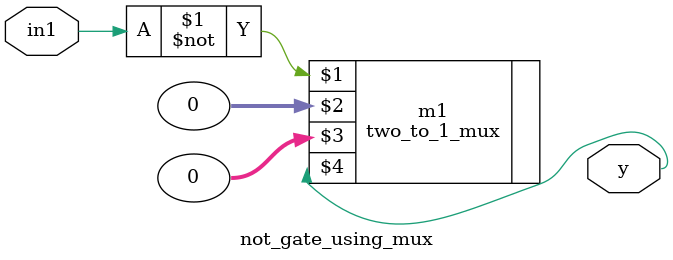
<source format=v>
module not_gate_using_mux(in1,y);
input in1;
output y;

two_to_1_mux m1(~in1,0,0,y);

endmodule


</source>
